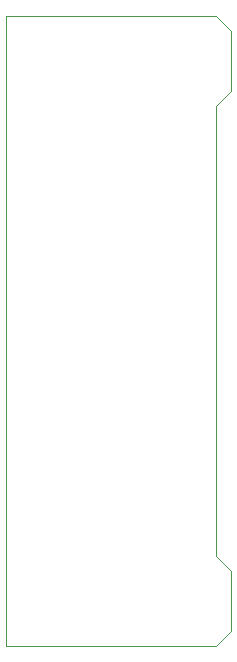
<source format=gm1>
%TF.GenerationSoftware,KiCad,Pcbnew,(5.1.10-1-10_14)*%
%TF.CreationDate,2021-06-08T13:14:51-07:00*%
%TF.ProjectId,EurorackBBPS,4575726f-7261-4636-9b42-4250532e6b69,rev?*%
%TF.SameCoordinates,Original*%
%TF.FileFunction,Profile,NP*%
%FSLAX46Y46*%
G04 Gerber Fmt 4.6, Leading zero omitted, Abs format (unit mm)*
G04 Created by KiCad (PCBNEW (5.1.10-1-10_14)) date 2021-06-08 13:14:51*
%MOMM*%
%LPD*%
G01*
G04 APERTURE LIST*
%TA.AperFunction,Profile*%
%ADD10C,0.050000*%
%TD*%
G04 APERTURE END LIST*
D10*
X143510000Y-73660000D02*
X143510000Y-127000000D01*
X161290000Y-73660000D02*
X143510000Y-73660000D01*
X162560000Y-74930000D02*
X161290000Y-73660000D01*
X162560000Y-80010000D02*
X162560000Y-74930000D01*
X161290000Y-81280000D02*
X162560000Y-80010000D01*
X161290000Y-119380000D02*
X161290000Y-81280000D01*
X162560000Y-120650000D02*
X161290000Y-119380000D01*
X162560000Y-121920000D02*
X162560000Y-120650000D01*
X162560000Y-125730000D02*
X162560000Y-121920000D01*
X161290000Y-127000000D02*
X162560000Y-125730000D01*
X143510000Y-127000000D02*
X161290000Y-127000000D01*
M02*

</source>
